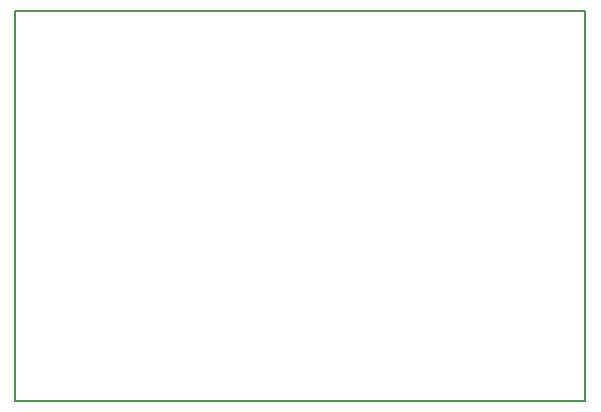
<source format=gbr>
G04 #@! TF.GenerationSoftware,KiCad,Pcbnew,(6.0.1)*
G04 #@! TF.CreationDate,2022-02-11T12:05:15+01:00*
G04 #@! TF.ProjectId,LINK,4c494e4b-2e6b-4696-9361-645f70636258,rev?*
G04 #@! TF.SameCoordinates,Original*
G04 #@! TF.FileFunction,Profile,NP*
%FSLAX46Y46*%
G04 Gerber Fmt 4.6, Leading zero omitted, Abs format (unit mm)*
G04 Created by KiCad (PCBNEW (6.0.1)) date 2022-02-11 12:05:15*
%MOMM*%
%LPD*%
G01*
G04 APERTURE LIST*
G04 #@! TA.AperFunction,Profile*
%ADD10C,0.200000*%
G04 #@! TD*
G04 #@! TA.AperFunction,Profile*
%ADD11C,0.150000*%
G04 #@! TD*
G04 APERTURE END LIST*
D10*
X120650000Y-63500000D02*
X168910000Y-63500000D01*
X120650000Y-96520000D02*
X120650000Y-63500000D01*
D11*
X120650000Y-96520000D02*
X168910000Y-96520000D01*
X168910000Y-63500000D02*
X168910000Y-96520000D01*
M02*

</source>
